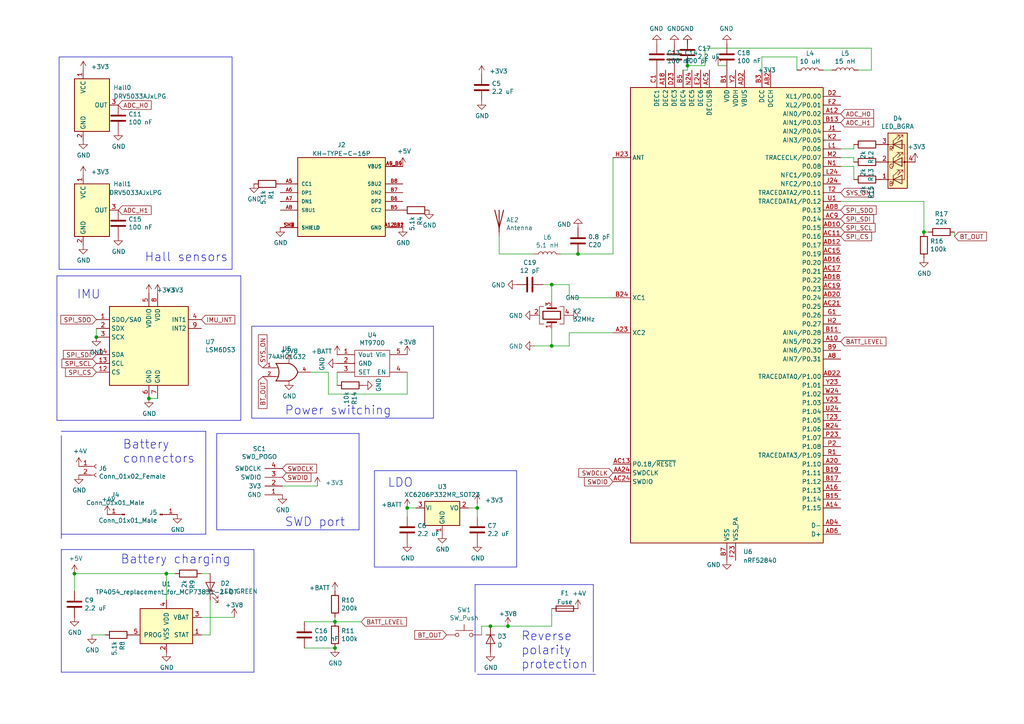
<source format=kicad_sch>
(kicad_sch (version 20230121) (generator eeschema)
  (paper "A4")
  (title_block (title "uMyo") (rev "v2") (company "Ultimate Robotics"))
  (junction (at 142.24 181.61))
  (junction (at 410.21 99.06))
  (junction (at 97.155 187.96))
  (junction (at 21.59 166.37))
  (junction (at 160.02 82.55))
  (junction (at 97.155 180.34))
  (junction (at 480.06 118.11))
  (junction (at 48.26 166.37))
  (junction (at 27.94 97.79))
  (junction (at 267.97 67.31))
  (junction (at 138.43 147.32))
  (junction (at 118.11 147.32))
  (junction (at 410.21 116.84))
  (junction (at 147.32 181.61))
  (junction (at 444.5 62.23))
  (junction (at 417.83 90.17))
  (junction (at 199.39 19.05))
  (junction (at 43.18 115.57))
  (junction (at 160.02 100.33))
  (junction (at 167.64 73.66))
  (junction (at 439.42 60.96))
  (wire (pts (xy 410.21 99.06) (xy 410.21 104.14)))
  (wire (pts (xy 160.02 82.55) (xy 160.02 87.63)))
  (polyline (pts (xy 59.69 125.095) (xy 59.69 154.94)))
  (wire (pts (xy 199.39 19.05) (xy 204.47 19.05)))
  (polyline (pts (xy 137.795 169.545) (xy 137.795 194.945)))
  (wire (pts (xy 415.29 113.03) (xy 415.29 116.84)))
  (wire (pts (xy 95.25 114.3) (xy 118.11 114.3)))
  (wire (pts (xy 425.45 52.07) (xy 422.91 52.07)))
  (wire (pts (xy 154.94 100.33) (xy 160.02 100.33)))
  (wire (pts (xy 480.06 85.09) (xy 480.06 83.82)))
  (wire (pts (xy 160.02 176.53) (xy 160.02 181.61)))
  (wire (pts (xy 135.89 147.32) (xy 138.43 147.32)))
  (wire (pts (xy 160.02 100.33) (xy 165.1 100.33)))
  (wire (pts (xy 410.21 111.76) (xy 410.21 116.84)))
  (wire (pts (xy 60.96 173.99) (xy 60.96 184.15)))
  (wire (pts (xy 199.39 12.7) (xy 199.39 11.43)))
  (polyline (pts (xy 17.78 159.385) (xy 17.78 194.945)))
  (wire (pts (xy 204.47 19.05) (xy 204.47 13.97)))
  (wire (pts (xy 120.65 147.32) (xy 118.11 147.32)))
  (wire (pts (xy 220.98 16.51) (xy 220.98 20.32)))
  (wire (pts (xy 415.29 99.06) (xy 415.29 102.87)))
  (wire (pts (xy 165.1 96.52) (xy 177.8 96.52)))
  (wire (pts (xy 97.79 107.95) (xy 97.79 111.76)))
  (wire (pts (xy 60.96 184.15) (xy 58.42 184.15)))
  (polyline (pts (xy 172.085 169.545) (xy 172.085 194.945)))
  (wire (pts (xy 21.59 166.37) (xy 48.26 166.37)))
  (wire (pts (xy 421.64 113.03) (xy 415.29 113.03)))
  (wire (pts (xy 415.29 102.87) (xy 421.64 102.87)))
  (wire (pts (xy 397.51 58.42) (xy 397.51 63.5)))
  (wire (pts (xy 467.36 100.33) (xy 480.06 100.33)))
  (wire (pts (xy 462.28 57.15) (xy 467.36 57.15)))
  (wire (pts (xy 92.075 140.97) (xy 81.915 140.97)))
  (polyline (pts (xy 16.51 80.01) (xy 16.51 121.92)))
  (wire (pts (xy 147.32 181.61) (xy 160.02 181.61)))
  (polyline (pts (xy 62.865 125.73) (xy 104.14 125.73)))
  (wire (pts (xy 165.1 96.52) (xy 165.1 100.33)))
  (wire (pts (xy 58.42 179.07) (xy 67.945 179.07)))
  (wire (pts (xy 97.155 180.34) (xy 104.775 180.34)))
  (wire (pts (xy 247.65 45.72) (xy 247.65 46.99)))
  (wire (pts (xy 436.88 58.42) (xy 436.88 64.77)))
  (wire (pts (xy 118.11 114.3) (xy 118.11 107.95)))
  (wire (pts (xy 142.24 181.61) (xy 147.32 181.61)))
  (wire (pts (xy 177.8 73.66) (xy 177.8 45.72)))
  (polyline (pts (xy 125.73 94.615) (xy 125.73 121.285)))
  (wire (pts (xy 252.73 20.32) (xy 248.92 20.32)))
  (wire (pts (xy 444.5 62.23) (xy 444.5 64.77)))
  (wire (pts (xy 447.04 62.23) (xy 444.5 62.23)))
  (wire (pts (xy 431.8 63.5) (xy 431.8 64.77)))
  (wire (pts (xy 407.67 99.06) (xy 410.21 99.06)))
  (wire (pts (xy 467.36 90.17) (xy 480.06 90.17)))
  (wire (pts (xy 231.14 20.32) (xy 231.14 16.51)))
  (wire (pts (xy 480.06 118.11) (xy 481.33 118.11)))
  (wire (pts (xy 231.14 16.51) (xy 220.98 16.51)))
  (wire (pts (xy 480.06 90.17) (xy 480.06 93.98)))
  (wire (pts (xy 480.06 87.63) (xy 480.06 88.9)))
  (wire (pts (xy 204.47 13.97) (xy 252.73 13.97)))
  (wire (pts (xy 90.17 107.95) (xy 95.25 107.95)))
  (wire (pts (xy 21.59 171.45) (xy 21.59 166.37)))
  (wire (pts (xy 416.56 48.26) (xy 416.56 50.8)))
  (wire (pts (xy 88.265 187.96) (xy 97.155 187.96)))
  (wire (pts (xy 138.43 147.32) (xy 138.43 149.86)))
  (polyline (pts (xy 59.69 154.94) (xy 17.78 154.94)))
  (wire (pts (xy 199.39 19.05) (xy 199.39 20.32)))
  (wire (pts (xy 467.36 87.63) (xy 480.06 87.63)))
  (wire (pts (xy 412.75 90.17) (xy 417.83 90.17)))
  (wire (pts (xy 480.06 100.33) (xy 480.06 118.11)))
  (wire (pts (xy 167.64 73.66) (xy 177.8 73.66)))
  (wire (pts (xy 45.72 115.57) (xy 43.18 115.57)))
  (wire (pts (xy 208.28 19.05) (xy 210.82 19.05)))
  (wire (pts (xy 407.67 116.84) (xy 410.21 116.84)))
  (wire (pts (xy 48.26 166.37) (xy 50.8 166.37)))
  (wire (pts (xy 139.7 181.61) (xy 139.7 184.15)))
  (polyline (pts (xy 17.78 194.945) (xy 73.66 194.945)))
  (wire (pts (xy 416.56 50.8) (xy 397.51 50.8)))
  (polyline (pts (xy 17.78 159.385) (xy 73.66 159.385)))
  (wire (pts (xy 276.86 68.58) (xy 276.86 67.31)))
  (polyline (pts (xy 137.795 169.545) (xy 172.085 169.545)))
  (wire (pts (xy 417.83 90.17) (xy 421.64 90.17)))
  (wire (pts (xy 422.91 52.07) (xy 422.91 50.8)))
  (wire (pts (xy 267.97 67.31) (xy 269.24 67.31)))
  (polyline (pts (xy 104.14 125.73) (xy 104.14 153.67)))
  (wire (pts (xy 199.39 20.32) (xy 198.12 20.32)))
  (wire (pts (xy 88.265 180.34) (xy 97.155 180.34)))
  (wire (pts (xy 58.42 166.37) (xy 60.96 166.37)))
  (polyline (pts (xy 62.865 125.73) (xy 62.865 153.67)))
  (wire (pts (xy 157.48 82.55) (xy 160.02 82.55)))
  (wire (pts (xy 97.155 179.07) (xy 97.155 180.34)))
  (wire (pts (xy 95.25 107.95) (xy 95.25 114.3)))
  (wire (pts (xy 449.58 57.15) (xy 454.66 57.15)))
  (wire (pts (xy 238.76 20.32) (xy 241.3 20.32)))
  (polyline (pts (xy 73.025 94.615) (xy 125.73 94.615)))
  (wire (pts (xy 144.78 73.66) (xy 144.78 68.58)))
  (wire (pts (xy 243.84 58.42) (xy 267.97 58.42)))
  (wire (pts (xy 30.48 184.15) (xy 26.67 184.15)))
  (polyline (pts (xy 104.14 153.67) (xy 62.865 153.67)))
  (wire (pts (xy 160.02 95.25) (xy 160.02 100.33)))
  (wire (pts (xy 48.26 166.37) (xy 48.26 173.99)))
  (wire (pts (xy 247.65 43.18) (xy 247.65 41.91)))
  (wire (pts (xy 474.98 46.99) (xy 474.98 57.15)))
  (polyline (pts (xy 17.78 125.095) (xy 59.69 125.095)))
  (wire (pts (xy 160.02 82.55) (xy 165.1 82.55)))
  (polyline (pts (xy 69.85 80.01) (xy 69.85 121.92)))
  (wire (pts (xy 410.21 99.06) (xy 415.29 99.06)))
  (wire (pts (xy 243.84 48.26) (xy 247.65 48.26)))
  (wire (pts (xy 439.42 60.96) (xy 439.42 46.99)))
  (wire (pts (xy 439.42 46.99) (xy 474.98 46.99)))
  (wire (pts (xy 439.42 64.77) (xy 439.42 60.96)))
  (wire (pts (xy 425.45 60.96) (xy 425.45 59.69)))
  (polyline (pts (xy 172.72 195.58) (xy 138.43 195.58)))
  (polyline (pts (xy 125.73 121.285) (xy 73.025 121.285)))
  (wire (pts (xy 243.84 43.18) (xy 247.65 43.18)))
  (wire (pts (xy 252.73 13.97) (xy 252.73 20.32)))
  (wire (pts (xy 394.97 90.17) (xy 394.97 85.09)))
  (wire (pts (xy 139.7 181.61) (xy 142.24 181.61)))
  (wire (pts (xy 267.97 58.42) (xy 267.97 67.31)))
  (wire (pts (xy 416.56 48.26) (xy 397.51 48.26)))
  (wire (pts (xy 397.51 63.5) (xy 431.8 63.5)))
  (wire (pts (xy 118.11 147.32) (xy 118.11 149.86)))
  (polyline (pts (xy 17.78 126.365) (xy 17.78 156.21)))
  (wire (pts (xy 467.36 85.09) (xy 480.06 85.09)))
  (wire (pts (xy 144.78 73.66) (xy 154.94 73.66)))
  (wire (pts (xy 410.21 116.84) (xy 415.29 116.84)))
  (wire (pts (xy 444.5 58.42) (xy 444.5 62.23)))
  (polyline (pts (xy 73.66 194.945) (xy 73.66 159.385)))
  (wire (pts (xy 422.91 50.8) (xy 429.26 50.8)))
  (wire (pts (xy 243.84 45.72) (xy 247.65 45.72)))
  (wire (pts (xy 162.56 73.66) (xy 167.64 73.66)))
  (wire (pts (xy 449.58 64.77) (xy 449.58 57.15)))
  (wire (pts (xy 425.45 60.96) (xy 439.42 60.96)))
  (polyline (pts (xy 16.51 80.01) (xy 69.85 80.01)))
  (wire (pts (xy 247.65 48.26) (xy 247.65 52.07)))
  (wire (pts (xy 394.97 90.17) (xy 405.13 90.17)))
  (wire (pts (xy 165.1 82.55) (xy 165.1 86.36)))
  (polyline (pts (xy 69.85 121.92) (xy 16.51 121.92)))
  (wire (pts (xy 138.43 147.32) (xy 138.43 146.05)))
  (wire (pts (xy 27.94 95.25) (xy 27.94 97.79)))
  (polyline (pts (xy 73.025 94.615) (xy 73.025 121.285)))
  (wire (pts (xy 165.1 86.36) (xy 177.8 86.36)))
  (rectangle (start 17.145 16.51) (end 67.31 78.105))
  (rectangle (start 108.585 136.525) (end 149.86 164.465))
  (text "SWD port" (at 82.55 153.035 0) (effects (font (size 2.54 2.54)) (justify left bottom)))
  (text "Power switching" (at 82.55 120.65 0) (effects (font (size 2.54 2.54)) (justify left bottom)))
  (text "Battery\nconnectors" (at 35.56 134.62 0) (effects (font (size 2.54 2.54)) (justify left bottom)))
  (text "Battery charging" (at 34.925 163.83 0) (effects (font (size 2.54 2.54)) (justify left bottom)))
  (text "IMU" (at 22.225 86.995 0) (effects (font (size 2.54 2.54)) (justify left bottom)))
  (text "Reverse\npolarity\nprotection" (at 151.13 194.31 0) (effects (font (size 2.54 2.54)) (justify left bottom)))
  (text "LDO" (at 112.395 141.605 0) (effects (font (size 2.54 2.54)) (justify left bottom)))
  (text "Hall sensors" (at 41.91 76.2 0) (effects (font (size 2.54 2.54)) (justify left bottom)))
  (text "Actually produced with nRF52832!" (at 457.2 152.4 0) (effects (font (size 1.27 1.27)) (justify left bottom)))
  (global_label "BT_OUT" (shape input) (at 276.86 68.58 0) (property "Intersheetrefs" "${INTERSHEET_REFS}" (effects hide)))
  (global_label "SPI_CS" (shape input) (at 467.36 110.49 0) (property "Intersheetrefs" "${INTERSHEET_REFS}" (effects hide)))
  (global_label "SPI_SCL" (shape input) (at 467.36 107.95 0) (property "Intersheetrefs" "${INTERSHEET_REFS}" (effects hide)))
  (global_label "BATT_LEVEL" (shape input) (at 467.36 140.97 0) (property "Intersheetrefs" "${INTERSHEET_REFS}" (effects hide)))
  (global_label "SWDCLK" (shape input) (at 421.64 125.73 180) (property "Intersheetrefs" "${INTERSHEET_REFS}" (effects hide)))
  (global_label "BT_OUT" (shape input) (at 76.2 109.22 270) (property "Intersheetrefs" "${INTERSHEET_REFS}" (effects hide)))
  (global_label "ADC_H1" (shape input) (at 467.36 77.47 0) (property "Intersheetrefs" "${INTERSHEET_REFS}" (effects hide)))
  (global_label "ADC_H0" (shape input) (at 467.36 74.93 0) (property "Intersheetrefs" "${INTERSHEET_REFS}" (effects hide)))
  (global_label "SWDCLK" (shape input) (at 81.915 135.89 0) (property "Intersheetrefs" "${INTERSHEET_REFS}" (effects hide)))
  (global_label "BT_OUT" (shape input) (at 488.95 118.11 0) (property "Intersheetrefs" "${INTERSHEET_REFS}" (effects hide)))
  (global_label "SPI_SCL" (shape input) (at 243.84 66.04 0) (property "Intersheetrefs" "${INTERSHEET_REFS}" (effects hide)))
  (global_label "ADC_H1" (shape input) (at 243.84 35.56 0) (property "Intersheetrefs" "${INTERSHEET_REFS}" (effects hide)))
  (global_label "SPI_CS" (shape input) (at 27.94 107.95 180) (property "Intersheetrefs" "${INTERSHEET_REFS}" (effects hide)))
  (global_label "BT_OUT" (shape input) (at 129.54 184.15 180) (property "Intersheetrefs" "${INTERSHEET_REFS}" (effects hide)))
  (global_label "SPI_SDI" (shape input) (at 27.94 102.87 180) (property "Intersheetrefs" "${INTERSHEET_REFS}" (effects hide)))
  (global_label "SPI_SDO" (shape input) (at 27.94 92.71 180) (property "Intersheetrefs" "${INTERSHEET_REFS}" (effects hide)))
  (global_label "SPI_CS" (shape input) (at 243.84 68.58 0) (property "Intersheetrefs" "${INTERSHEET_REFS}" (effects hide)))
  (global_label "ADC_H1" (shape input) (at 34.29 60.96 0) (property "Intersheetrefs" "${INTERSHEET_REFS}" (effects hide)))
  (global_label "SYS_ON" (shape input) (at 76.2 106.68 90) (property "Intersheetrefs" "${INTERSHEET_REFS}" (effects hide)))
  (global_label "SPI_SDO" (shape input) (at 243.84 60.96 0) (property "Intersheetrefs" "${INTERSHEET_REFS}" (effects hide)))
  (global_label "IMU_INT" (shape input) (at 58.42 92.71 0) (property "Intersheetrefs" "${INTERSHEET_REFS}" (effects hide)))
  (global_label "SPI_SCL" (shape input) (at 27.94 105.41 180) (property "Intersheetrefs" "${INTERSHEET_REFS}" (effects hide)))
  (global_label "BATT_LEVEL" (shape input) (at 104.775 180.34 0) (property "Intersheetrefs" "${INTERSHEET_REFS}" (effects hide)))
  (global_label "SWDIO" (shape input) (at 421.64 128.27 180) (property "Intersheetrefs" "${INTERSHEET_REFS}" (effects hide)))
  (global_label "ADC_H0" (shape input) (at 243.84 33.02 0) (property "Intersheetrefs" "${INTERSHEET_REFS}" (effects hide)))
  (global_label "SYS_ON" (shape input) (at 243.84 55.88 0) (property "Intersheetrefs" "${INTERSHEET_REFS}" (effects hide)))
  (global_label "SPI_SDI" (shape input) (at 243.84 63.5 0) (property "Intersheetrefs" "${INTERSHEET_REFS}" (effects hide)))
  (global_label "BATT_LEVEL" (shape input) (at 243.84 99.06 0) (property "Intersheetrefs" "${INTERSHEET_REFS}" (effects hide)))
  (global_label "SPI_SDI" (shape input) (at 467.36 105.41 0) (property "Intersheetrefs" "${INTERSHEET_REFS}" (effects hide)))
  (global_label "SWDIO" (shape input) (at 81.915 138.43 0) (property "Intersheetrefs" "${INTERSHEET_REFS}" (effects hide)))
  (global_label "SPI_SDO" (shape input) (at 467.36 102.87 0) (property "Intersheetrefs" "${INTERSHEET_REFS}" (effects hide)))
  (global_label "ADC_H0" (shape input) (at 34.29 30.48 0) (property "Intersheetrefs" "${INTERSHEET_REFS}" (effects hide)))
  (global_label "SYS_ON" (shape input) (at 467.36 97.79 0) (property "Intersheetrefs" "${INTERSHEET_REFS}" (effects hide)))
  (global_label "SWDCLK" (shape input) (at 177.8 137.16 180) (property "Intersheetrefs" "${INTERSHEET_REFS}" (effects hide)))
  (global_label "SWDIO" (shape input) (at 177.8 139.7 180) (property "Intersheetrefs" "${INTERSHEET_REFS}" (effects hide)))
  (symbol (lib_id "ultimate_library:nRF52832-QFxx") (at 444.5 107.95 0) (unit 1)
    (property "Reference" "U2" (at 435.61 152.4 0))
    (property "Value" "nRF52810-QFxx" (at 444.5 157.734 0))
    (property "Footprint" "ultimate_library:QFN-48-1EP_6x6mm_Pitch0.4mm" (effects hide))
    (property "JLCPN" "C141828" (effects hide))
  )
  (symbol (lib_id "ultimate_library:MCP1703A-3302_SOT23-Regulator_Linear") (at 128.27 147.32 0) (unit 1)
    (property "Reference" "U3" (at 128.27 141.1732 0))
    (property "Value" "XC6206P332MR_SOT23" (at 128.27 143.4846 0))
    (property "Footprint" "Package_TO_SOT_SMD:SOT-23" (effects hide))
    (property "Datasheet" "http://ww1.microchip.com/downloads/en/DeviceDoc/20005122B.pdf" (effects hide))
    (property "JLCPN" "C5446" (effects hide))
  )
  (symbol (lib_id "Device:C") (at 425.45 55.88 180) (unit 1)
    (property "Reference" "C2" (at 428.371 54.7116 0) (effects (justify right)))
    (property "Value" "2.2 uF" (at 428.371 57.023 0) (effects (justify right)))
    (property "Footprint" "Capacitor_SMD:C_0402_1005Metric" (effects hide))
    (property "JLCPN" "C12530" (effects hide))
  )
  (symbol (lib_id "Device:C") (at 436.88 54.61 180) (unit 1)
    (property "Reference" "C3" (at 439.801 53.4416 0) (effects (justify right)))
    (property "Value" "100 pF" (at 439.801 55.753 0) (effects (justify right)))
    (property "Footprint" "Capacitor_SMD:C_0402_1005Metric" (effects hide))
    (property "JLCPN" "C1546" (effects hide))
  )
  (symbol (lib_id "Device:C") (at 397.51 54.61 180) (unit 1)
    (property "Reference" "C1" (at 400.431 53.4416 0) (effects (justify right)))
    (property "Value" "100 nF" (at 400.431 55.753 0) (effects (justify right)))
    (property "Footprint" "Capacitor_SMD:C_0402_1005Metric" (effects hide))
    (property "JLCPN" "C1525" (effects hide))
  )
  (symbol (lib_id "power:+3.3V") (at 138.43 146.05 0) (unit 1)
    (property "Reference" "#PWR022" (effects hide))
    (property "Value" "+3.3V" (at 140.6652 145.1102 0) (effects (justify left)))
  )
  (symbol (lib_id "Device:C") (at 403.86 99.06 90) (unit 1)
    (property "Reference" "C10" (at 403.86 92.6592 90))
    (property "Value" "12 pF" (at 403.86 94.9706 90))
    (property "Footprint" "Capacitor_SMD:C_0402_1005Metric" (effects hide))
    (property "JLCPN" "C1547" (effects hide))
  )
  (symbol (lib_id "power:GND") (at 444.5 151.13 0) (unit 1)
    (property "Reference" "#PWR032" (effects hide))
    (property "Value" "GND" (at 433.07 154.94 0))
  )
  (symbol (lib_id "power:GND") (at 400.05 116.84 270) (unit 1)
    (property "Reference" "#PWR020" (effects hide))
    (property "Value" "GND" (at 396.7988 116.967 90) (effects (justify right)))
  )
  (symbol (lib_id "power:GND") (at 400.05 99.06 270) (unit 1)
    (property "Reference" "#PWR017" (effects hide))
    (property "Value" "GND" (at 396.7988 99.187 90) (effects (justify right)))
  )
  (symbol (lib_id "power:GND") (at 397.51 48.26 180) (unit 1)
    (property "Reference" "#PWR01" (effects hide))
    (property "Value" "GND" (at 397.383 43.8658 0))
  )
  (symbol (lib_id "power:GND") (at 429.26 50.8 180) (unit 1)
    (property "Reference" "#PWR02" (effects hide))
    (property "Value" "GND" (at 429.133 46.4058 0))
  )
  (symbol (lib_id "power:GND") (at 436.88 50.8 180) (unit 1)
    (property "Reference" "#PWR03" (effects hide))
    (property "Value" "GND" (at 436.753 46.4058 0))
  )
  (symbol (lib_id "power:GND") (at 444.5 50.8 180) (unit 1)
    (property "Reference" "#PWR04" (effects hide))
    (property "Value" "GND" (at 444.373 46.4058 0))
  )
  (symbol (lib_id "power:GND") (at 405.13 107.95 270) (unit 1)
    (property "Reference" "#PWR018" (effects hide))
    (property "Value" "GND" (at 401.8788 108.077 90) (effects (justify right)))
  )
  (symbol (lib_id "power:GND") (at 415.29 107.95 90) (unit 1)
    (property "Reference" "#PWR019" (effects hide))
    (property "Value" "GND" (at 416.2298 102.87 90))
  )
  (symbol (lib_id "Device:Crystal_GND24") (at 410.21 107.95 90) (unit 1)
    (property "Reference" "Y1" (at 416.3314 106.7816 90) (effects (justify right)))
    (property "Value" "32MHz" (at 416.3314 109.093 90) (effects (justify right)))
    (property "Footprint" "Crystal:Crystal_SMD_2016-4Pin_2.0x1.6mm" (effects hide))
    (property "JLCPN" "C843260" (effects hide))
  )
  (symbol (lib_id "Device:C") (at 417.83 86.36 0) (mirror x) (unit 1)
    (property "Reference" "C8" (at 420.751 87.5284 0) (effects (justify left)))
    (property "Value" "0.8 pF" (at 420.751 85.217 0) (effects (justify left)))
    (property "Footprint" "Capacitor_SMD:C_0402_1005Metric" (effects hide))
    (property "JLCPN" "C88902" (effects hide))
  )
  (symbol (lib_id "Device:L") (at 408.94 90.17 90) (unit 1)
    (property "Reference" "L3" (at 408.94 85.344 90))
    (property "Value" "5.1 nH" (at 408.94 87.6554 90))
    (property "Footprint" "Inductor_SMD:L_0402_1005Metric" (effects hide))
    (property "JLCPN" "C86066" (effects hide))
  )
  (symbol (lib_id "power:GND") (at 417.83 82.55 0) (mirror x) (unit 1)
    (property "Reference" "#PWR011" (effects hide))
    (property "Value" "GND" (at 415.8488 81.6102 0) (effects (justify right)))
  )
  (symbol (lib_id "power:GND") (at 118.11 157.48 0) (unit 1)
    (property "Reference" "#PWR030" (effects hide))
    (property "Value" "GND" (at 118.237 161.8742 0))
  )
  (symbol (lib_id "power:GND") (at 138.43 157.48 0) (unit 1)
    (property "Reference" "#PWR031" (effects hide))
    (property "Value" "GND" (at 138.557 161.8742 0))
  )
  (symbol (lib_id "power:+BATT") (at 118.11 147.32 0) (unit 1)
    (property "Reference" "#PWR023" (effects hide))
    (property "Value" "+BATT" (at 116.6622 146.3802 0) (effects (justify right)))
  )
  (symbol (lib_id "power:GND") (at 128.27 154.94 0) (unit 1)
    (property "Reference" "#PWR027" (effects hide))
    (property "Value" "GND" (at 128.397 159.3342 0))
  )
  (symbol (lib_id "Device:R") (at 483.87 83.82 270) (unit 1)
    (property "Reference" "R2" (at 485.0384 85.598 0) (effects (justify left)))
    (property "Value" "2k" (at 482.727 85.598 0) (effects (justify left)))
    (property "Footprint" "Resistor_SMD:R_0402_1005Metric" (effects hide))
    (property "JLCPN" "C4109" (effects hide))
  )
  (symbol (lib_id "Device:R") (at 97.155 175.26 0) (unit 1)
    (property "Reference" "R10" (at 98.933 174.0916 0) (effects (justify left)))
    (property "Value" "200k" (at 98.933 176.403 0) (effects (justify left)))
    (property "Footprint" "Resistor_SMD:R_0402_1005Metric" (effects hide))
    (property "JLCPN" "C25764" (effects hide))
  )
  (symbol (lib_id "power:+BATT") (at 97.155 171.45 0) (unit 1)
    (property "Reference" "#PWR041" (effects hide))
    (property "Value" "+BATT" (at 95.7072 170.5102 0) (effects (justify right)))
  )
  (symbol (lib_id "power:GND") (at 97.155 187.96 0) (unit 1)
    (property "Reference" "#PWR043" (effects hide))
    (property "Value" "GND" (at 97.282 192.3542 0))
  )
  (symbol (lib_id "power:GND") (at 81.915 143.51 0) (unit 1)
    (property "Reference" "#PWR035" (effects hide))
    (property "Value" "GND" (at 82.042 147.9042 0))
  )
  (symbol (lib_id "power:+3.3V") (at 92.075 140.97 0) (unit 1)
    (property "Reference" "#PWR034" (effects hide))
    (property "Value" "+3.3V" (at 94.3102 140.0302 0) (effects (justify left)))
  )
  (symbol (lib_id "power:+3.3V") (at 497.84 88.9 0) (unit 1)
    (property "Reference" "#PWR014" (effects hide))
    (property "Value" "+3.3V" (at 498.221 84.5058 0))
  )
  (symbol (lib_id "Connector:Conn_01x01_Male") (at 36.195 149.225 180) (unit 1)
    (property "Reference" "J4" (at 33.4772 143.51 0))
    (property "Value" "Conn_01x01_Male" (at 33.4772 145.8214 0))
    (property "Footprint" "ultimate_library:conn_16_20" (effects hide))
  )
  (symbol (lib_id "Switch:SW_Push") (at 134.62 184.15 0) (unit 1)
    (property "Reference" "SW1" (at 134.62 176.911 0))
    (property "Value" "SW_Push" (at 134.62 179.2224 0))
    (property "Footprint" "Button_Switch_SMD:SW_SPST_CK_RS282G05A3" (effects hide))
    (property "JLCPN" "C2845294" (effects hide))
  )
  (symbol (lib_id "power:+3.3V") (at 447.04 62.23 0) (unit 1)
    (property "Reference" "#PWR06" (effects hide))
    (property "Value" "+3.3V" (at 458.47 63.5 0) (effects (justify left)))
  )
  (symbol (lib_id "power:+BATT") (at 97.79 102.87 0) (unit 1)
    (property "Reference" "#PWR024" (effects hide))
    (property "Value" "+BATT" (at 96.3422 101.9302 0) (effects (justify right)))
  )
  (symbol (lib_id "Connector:Conn_01x01_Male") (at 46.355 149.225 0) (unit 1)
    (property "Reference" "J5" (at 45.6438 148.6408 0) (effects (justify right)))
    (property "Value" "Conn_01x01_Male" (at 45.6438 150.9522 0) (effects (justify right)))
    (property "Footprint" "ultimate_library:conn_16_20" (effects hide))
  )
  (symbol (lib_id "power:GND") (at 51.435 149.225 0) (unit 1)
    (property "Reference" "#PWR042" (effects hide))
    (property "Value" "GND" (at 51.562 153.6192 0))
  )
  (symbol (lib_id "power:GND") (at 97.79 105.41 270) (unit 1)
    (property "Reference" "#PWR029" (effects hide))
    (property "Value" "GND" (at 93.3958 105.537 0))
  )
  (symbol (lib_id "ultimate_library:SWD_POGO") (at 76.835 139.7 0) (unit 1)
    (property "Reference" "SC1" (at 75.2348 130.175 0))
    (property "Value" "SWD_POGO" (at 75.2348 132.4864 0))
    (property "Footprint" "ultimate_library:SWD_POGO" (effects hide))
  )
  (symbol (lib_id "Device:L") (at 471.17 57.15 90) (unit 1)
    (property "Reference" "L2" (at 471.17 52.324 90))
    (property "Value" "15 nH" (at 471.17 54.6354 90))
    (property "Footprint" "Inductor_SMD:L_0402_1005Metric" (effects hide))
    (property "JLCPN" "C27143" (effects hide))
  )
  (symbol (lib_id "Device:L") (at 458.47 57.15 90) (unit 1)
    (property "Reference" "L1" (at 458.47 52.324 90))
    (property "Value" "10 uH" (at 458.47 54.6354 90))
    (property "Footprint" "Inductor_SMD:L_0603_1608Metric" (effects hide))
    (property "JLCPN" "C1035" (effects hide))
  )
  (symbol (lib_id "74xGxx:74AHC1G32") (at 83.82 107.95 0) (unit 1)
    (property "Reference" "U5" (at 83.185 101.1682 0))
    (property "Value" "74AHC1G32" (at 83.185 103.4796 0))
    (property "Footprint" "Package_TO_SOT_SMD:SOT-23-5" (effects hide))
    (property "Datasheet" "http://www.ti.com/lit/sg/scyt129e/scyt129e.pdf" (effects hide))
    (property "JLCPN" "C507209" (effects hide))
  )
  (symbol (lib_id "power:+4V") (at 31.115 149.225 0) (unit 1)
    (property "Reference" "#PWR044" (effects hide))
    (property "Value" "+4V" (at 31.496 144.8308 0))
  )
  (symbol (lib_id "power:GND") (at 83.82 110.49 0) (unit 1)
    (property "Reference" "#PWR033" (effects hide))
    (property "Value" "GND" (at 83.947 114.8842 0))
  )
  (symbol (lib_id "Device:R") (at 485.14 118.11 270) (unit 1)
    (property "Reference" "R6" (at 485.14 112.8522 90))
    (property "Value" "22k" (at 485.14 115.1636 90))
    (property "Footprint" "Resistor_SMD:R_0402_1005Metric" (effects hide))
    (property "JLCPN" "C25768" (effects hide))
  )
  (symbol (lib_id "power:GND") (at 480.06 125.73 0) (unit 1)
    (property "Reference" "#PWR025" (effects hide))
    (property "Value" "GND" (at 480.187 130.1242 0))
  )
  (symbol (lib_id "Device:R") (at 480.06 121.92 0) (unit 1)
    (property "Reference" "R7" (at 481.838 120.7516 0) (effects (justify left)))
    (property "Value" "100k" (at 481.838 123.063 0) (effects (justify left)))
    (property "Footprint" "Resistor_SMD:R_0402_1005Metric" (effects hide))
    (property "JLCPN" "C25741" (effects hide))
  )
  (symbol (lib_id "power:+3.3V") (at 139.7 21.59 0) (unit 1)
    (property "Reference" "#PWR05" (effects hide))
    (property "Value" "+3.3V" (at 141.9352 20.6502 0) (effects (justify left)))
  )
  (symbol (lib_id "power:GND") (at 139.7 29.21 0) (unit 1)
    (property "Reference" "#PWR08" (effects hide))
    (property "Value" "GND" (at 139.827 33.6042 0))
  )
  (symbol (lib_id "Device:LED_BGRA") (at 492.76 88.9 0) (unit 1)
    (property "Reference" "D1" (at 492.76 76.2762 0))
    (property "Value" "LED_BGRA" (at 492.76 78.5876 0))
    (property "Footprint" "ultimate_library:LED_RGB_0603_a4" (effects hide))
    (property "JLCPN" "C282128" (effects hide))
  )
  (symbol (lib_id "Device:C") (at 403.86 116.84 90) (unit 1)
    (property "Reference" "C12" (at 403.86 110.4392 90))
    (property "Value" "12 pF" (at 403.86 112.7506 90))
    (property "Footprint" "Capacitor_SMD:C_0402_1005Metric" (effects hide))
    (property "JLCPN" "C1547" (effects hide))
  )
  (symbol (lib_id "Device:C") (at 444.5 54.61 180) (unit 1)
    (property "Reference" "C4" (at 447.421 53.4416 0) (effects (justify right)))
    (property "Value" "100 nF" (at 447.421 55.753 0) (effects (justify right)))
    (property "Footprint" "Capacitor_SMD:C_0402_1005Metric" (effects hide))
    (property "JLCPN" "C1525" (effects hide))
  )
  (symbol (lib_id "Device:C") (at 138.43 153.67 180) (unit 1)
    (property "Reference" "C7" (at 141.351 152.5016 0) (effects (justify right)))
    (property "Value" "2.2 uF" (at 141.351 154.813 0) (effects (justify right)))
    (property "Footprint" "Capacitor_SMD:C_0402_1005Metric" (effects hide))
    (property "JLCPN" "C12530" (effects hide))
  )
  (symbol (lib_id "Device:C") (at 118.11 153.67 180) (unit 1)
    (property "Reference" "C6" (at 121.031 152.5016 0) (effects (justify right)))
    (property "Value" "2.2 uF" (at 121.031 154.813 0) (effects (justify right)))
    (property "Footprint" "Capacitor_SMD:C_0402_1005Metric" (effects hide))
    (property "JLCPN" "C12530" (effects hide))
  )
  (symbol (lib_id "Device:R") (at 97.155 184.15 0) (unit 1)
    (property "Reference" "R11" (at 98.933 182.9816 0) (effects (justify left)))
    (property "Value" "100k" (at 98.933 185.293 0) (effects (justify left)))
    (property "Footprint" "Resistor_SMD:R_0402_1005Metric" (effects hide))
    (property "JLCPN" "C25741" (effects hide))
  )
  (symbol (lib_id "Device:R") (at 483.87 88.9 270) (unit 1)
    (property "Reference" "R3" (at 485.0384 90.678 0) (effects (justify left)))
    (property "Value" "2k" (at 482.727 90.678 0) (effects (justify left)))
    (property "Footprint" "Resistor_SMD:R_0402_1005Metric" (effects hide))
    (property "JLCPN" "C4109" (effects hide))
  )
  (symbol (lib_id "Device:R") (at 483.87 93.98 270) (unit 1)
    (property "Reference" "R5" (at 485.0384 95.758 0) (effects (justify left)))
    (property "Value" "2k" (at 482.727 95.758 0) (effects (justify left)))
    (property "Footprint" "Resistor_SMD:R_0402_1005Metric" (effects hide))
    (property "JLCPN" "C4109" (effects hide))
  )
  (symbol (lib_id "Device:C") (at 88.265 184.15 180) (unit 1)
    (property "Reference" "C16" (at 91.186 182.9816 0) (effects (justify right)))
    (property "Value" "100 nF" (at 91.186 185.293 0) (effects (justify right)))
    (property "Footprint" "Capacitor_SMD:C_0402_1005Metric" (effects hide))
    (property "JLCPN" "C1525" (effects hide))
  )
  (symbol (lib_id "Device:C") (at 139.7 25.4 180) (unit 1)
    (property "Reference" "C5" (at 142.621 24.2316 0) (effects (justify right)))
    (property "Value" "2.2 uF" (at 142.621 26.543 0) (effects (justify right)))
    (property "Footprint" "Capacitor_SMD:C_0402_1005Metric" (effects hide))
    (property "JLCPN" "C12530" (effects hide))
  )
  (symbol (lib_id "Connector:Conn_01x02_Female") (at 27.94 135.255 0) (unit 1)
    (property "Reference" "J6" (at 28.6512 135.8646 0) (effects (justify left)))
    (property "Value" "Conn_01x02_Female" (at 28.6512 138.176 0) (effects (justify left)))
    (property "Footprint" "Connector_JST:JST_PH_S2B-PH-SM4-TB_1x02-1MP_P2.00mm_Horizontal" (effects hide))
    (property "JLCPN" "C520130" (effects hide))
  )
  (symbol (lib_id "power:GND") (at 22.86 137.795 0) (unit 1)
    (property "Reference" "#PWR0101" (effects hide))
    (property "Value" "GND" (at 22.987 142.1892 0))
  )
  (symbol (lib_id "power:+4V") (at 22.86 135.255 0) (unit 1)
    (property "Reference" "#PWR0102" (effects hide))
    (property "Value" "+4V" (at 23.241 130.8608 0))
  )
  (symbol (lib_id "power:+3.3V") (at 43.18 85.09 0) (unit 1)
    (property "Reference" "#PWR0105" (effects hide))
    (property "Value" "+3.3V" (at 45.4152 84.1502 0) (effects (justify left)))
  )
  (symbol (lib_id "power:+3.3V") (at 45.72 85.09 0) (unit 1)
    (property "Reference" "#PWR0106" (effects hide))
    (property "Value" "+3.3V" (at 47.9552 84.1502 0) (effects (justify left)))
  )
  (symbol (lib_id "power:GND") (at 43.18 115.57 0) (unit 1)
    (property "Reference" "#PWR0107" (effects hide))
    (property "Value" "GND" (at 43.307 119.9642 0))
  )
  (symbol (lib_id "power:GND") (at 27.94 97.79 0) (unit 1)
    (property "Reference" "#PWR0108" (effects hide))
    (property "Value" "GND" (at 28.067 102.1842 0))
  )
  (symbol (lib_id "Sensor_Motion:LSM6DS3") (at 43.18 100.33 0) (unit 1)
    (property "Reference" "U7" (at 59.5376 99.1616 0) (effects (justify left)))
    (property "Value" "LSM6DS3" (at 59.5376 101.473 0) (effects (justify left)))
    (property "Footprint" "Package_LGA:LGA-14_3x2.5mm_P0.5mm_LayoutBorder3x4y" (effects hide))
    (property "Datasheet" "www.st.com/resource/en/datasheet/lsm6ds3.pdf" (effects hide))
    (property "JLCPN" "C967633" (effects hide))
  )
  (symbol (lib_id "ultimate_library:MT9700") (at 107.95 105.41 0) (unit 1)
    (property "Reference" "U4" (at 107.95 97.155 0))
    (property "Value" "MT9700" (at 107.95 99.4664 0))
    (property "Footprint" "Package_TO_SOT_SMD:SOT-23-5" (effects hide))
    (property "JLCPN" "C89855" (effects hide))
  )
  (symbol (lib_id "Device:R") (at 101.6 111.76 270) (unit 1)
    (property "Reference" "R14" (at 102.7684 113.538 0) (effects (justify left)))
    (property "Value" "10k" (at 100.457 113.538 0) (effects (justify left)))
    (property "Footprint" "Resistor_SMD:R_0402_1005Metric" (effects hide))
    (property "JLCPN" "C25744" (effects hide))
  )
  (symbol (lib_id "power:GND") (at 105.41 111.76 90) (unit 1)
    (property "Reference" "#PWR012" (effects hide))
    (property "Value" "GND" (at 109.8042 111.633 0))
  )
  (symbol (lib_id "Device:R") (at 77.47 53.34 270) (unit 1)
    (property "Reference" "R1" (at 78.6384 55.118 0) (effects (justify left)))
    (property "Value" "5.1k" (at 76.327 55.118 0) (effects (justify left)))
    (property "Footprint" "Resistor_SMD:R_0402_1005Metric" (effects hide))
    (property "JLCPN" "C25905" (effects hide))
  )
  (symbol (lib_id "power:GND") (at 34.29 38.1 0) (unit 1)
    (property "Reference" "#PWR058" (effects hide))
    (property "Value" "GND" (at 34.417 42.4942 0))
  )
  (symbol (lib_id "power:GND") (at 24.13 71.12 0) (unit 1)
    (property "Reference" "#PWR039" (effects hide))
    (property "Value" "GND" (at 24.257 75.5142 0))
  )
  (symbol (lib_id "power:GND") (at 116.84 66.04 0) (unit 1)
    (property "Reference" "#PWR026" (effects hide))
    (property "Value" "GND" (at 116.967 70.4342 0))
  )
  (symbol (lib_id "Device:LED") (at 60.96 170.18 90) (unit 1)
    (property "Reference" "D2" (at 63.9318 169.2148 90) (effects (justify right)))
    (property "Value" "LED GREEN" (at 63.9318 171.5262 90) (effects (justify right)))
    (property "Footprint" "LED_SMD:LED_0603_1608Metric" (effects hide))
    (property "JLCPN" "C72043" (effects hide))
  )
  (symbol (lib_id "ultimate_library:KH-TYPE-C-16P") (at 99.06 55.88 0) (unit 1)
    (property "Reference" "J2" (at 99.06 42.0202 0))
    (property "Value" "KH-TYPE-C-16P" (at 99.06 44.5571 0))
    (property "Footprint" "ultimate_library:KINGHELM_KH-TYPE-C-16P" (effects hide))
    (property "MAXIMUM_PACKAGE_HEIGHT" "3.41mm" (effects hide))
    (property "STANDARD" "Manufacturer Recommendations" (effects hide))
    (property "PARTREV" "A0" (effects hide))
    (property "MANUFACTURER" "Kinghelm" (effects hide))
    (property "SNAPEDA_PN" "KH-TYPE-C-16P" (effects hide))
    (property "JLCPN" "C709357" (effects hide))
  )
  (symbol (lib_id "Device:C") (at 167.64 69.85 0) (mirror x) (unit 1)
    (property "Reference" "C20" (at 170.561 71.0184 0) (effects (justify left)))
    (property "Value" "0.8 pF" (at 170.561 68.707 0) (effects (justify left)))
    (property "Footprint" "Capacitor_SMD:C_0402_1005Metric" (effects hide))
    (property "JLCPN" "C88902" (effects hide))
  )
  (symbol (lib_id "Device:L") (at 234.95 20.32 90) (unit 1)
    (property "Reference" "L4" (at 234.95 15.494 90))
    (property "Value" "10 uH" (at 234.95 17.8054 90))
    (property "Footprint" "Inductor_SMD:L_0603_1608Metric" (effects hide))
    (property "JLCPN" "C1035" (effects hide))
  )
  (symbol (lib_id "Device:Antenna") (at 144.78 63.5 0) (unit 1)
    (property "Reference" "AE2" (at 146.812 63.7794 0) (effects (justify left)))
    (property "Value" "Antenna" (at 146.812 66.0908 0) (effects (justify left)))
    (property "Footprint" "ultimate_library:KH3216-A55" (effects hide))
    (property "JLCPN" "C484541" (effects hide))
  )
  (symbol (lib_id "power:+3V8") (at 118.11 102.87 0) (unit 1)
    (property "Reference" "#PWR0118" (effects hide))
    (property "Value" "+3V8" (at 118.11 99.2942 0))
  )
  (symbol (lib_id "Device:L") (at 158.75 73.66 90) (unit 1)
    (property "Reference" "L6" (at 158.75 68.834 90))
    (property "Value" "5.1 nH" (at 158.75 71.1454 90))
    (property "Footprint" "Inductor_SMD:L_0402_1005Metric" (effects hide))
    (property "JLCPN" "C86066" (effects hide))
  )
  (symbol (lib_id "Device:R") (at 120.65 60.96 270) (unit 1)
    (property "Reference" "R4" (at 121.8184 62.738 0) (effects (justify left)))
    (property "Value" "5.1k" (at 119.507 62.738 0) (effects (justify left)))
    (property "Footprint" "Resistor_SMD:R_0402_1005Metric" (effects hide))
    (property "JLCPN" "C25905" (effects hide))
  )
  (symbol (lib_id "Device:C") (at 199.39 15.24 180) (unit 1)
    (property "Reference" "C17" (at 202.311 14.0716 0) (effects (justify right)))
    (property "Value" "2.2 uF" (at 202.311 16.383 0) (effects (justify right)))
    (property "Footprint" "Capacitor_SMD:C_0402_1005Metric" (effects hide))
    (property "JLCPN" "C12530" (effects hide))
  )
  (symbol (lib_id "power:+4V") (at 167.64 176.53 0) (unit 1)
    (property "Reference" "#PWR0116" (effects hide))
    (property "Value" "+4V" (at 168.021 172.1358 0))
  )
  (symbol (lib_id "power:GND") (at 24.13 40.64 0) (unit 1)
    (property "Reference" "#PWR037" (effects hide))
    (property "Value" "GND" (at 24.257 45.0342 0))
  )
  (symbol (lib_id "Sensor_Magnetic:DRV5033AJxLPG") (at 26.67 30.48 0) (unit 1)
    (property "Reference" "Hall0" (at 38.1 25.4 0) (effects (justify right)))
    (property "Value" "DRV5033AJxLPG" (at 48.26 27.94 0) (effects (justify right)))
    (property "Footprint" "Package_TO_SOT_THT:TO-92_Inline" (effects hide))
    (property "Datasheet" "https://www.ti.com/lit/ds/symlink/drv5033.pdf" (effects hide))
  )
  (symbol (lib_id "power:GND") (at 195.58 12.7 180) (unit 1)
    (property "Reference" "#PWR010" (effects hide))
    (property "Value" "GND" (at 195.453 8.3058 0))
  )
  (symbol (lib_id "power:GND") (at 154.94 91.44 270) (unit 1)
    (property "Reference" "#PWR050" (effects hide))
    (property "Value" "GND" (at 151.6888 91.567 90) (effects (justify right)))
  )
  (symbol (lib_id "Device:R") (at 267.97 71.12 0) (unit 1)
    (property "Reference" "R16" (at 269.748 69.9516 0) (effects (justify left)))
    (property "Value" "100k" (at 269.748 72.263 0) (effects (justify left)))
    (property "Footprint" "Resistor_SMD:R_0402_1005Metric" (effects hide))
    (property "JLCPN" "C25741" (effects hide))
  )
  (symbol (lib_id "power:GND") (at 210.82 162.56 0) (unit 1)
    (property "Reference" "#PWR047" (effects hide))
    (property "Value" "GND" (at 207.01 163.83 0))
  )
  (symbol (lib_id "power:+3.3V") (at 208.28 19.05 0) (unit 1)
    (property "Reference" "#PWR021" (effects hide))
    (property "Value" "+3.3V" (at 219.71 20.32 0) (effects (justify left)))
  )
  (symbol (lib_id "power:+3.3V") (at 265.43 46.99 0) (unit 1)
    (property "Reference" "#PWR040" (effects hide))
    (property "Value" "+3.3V" (at 265.811 42.5958 0))
  )
  (symbol (lib_id "power:+5V") (at 21.59 166.37 0) (unit 1)
    (property "Reference" "#PWR053" (effects hide))
    (property "Value" "+5V" (at 21.971 161.9758 0))
  )
  (symbol (lib_id "power:GND") (at 190.5 12.7 180) (unit 1)
    (property "Reference" "#PWR07" (effects hide))
    (property "Value" "GND" (at 190.373 8.3058 0))
  )
  (symbol (lib_id "Device:C") (at 210.82 16.51 180) (unit 1)
    (property "Reference" "C18" (at 213.741 15.3416 0) (effects (justify right)))
    (property "Value" "100 nF" (at 213.741 17.653 0) (effects (justify right)))
    (property "Footprint" "Capacitor_SMD:C_0402_1005Metric" (effects hide))
    (property "JLCPN" "C1525" (effects hide))
  )
  (symbol (lib_id "Device:Fuse") (at 163.83 176.53 90) (unit 1)
    (property "Reference" "F1" (at 163.83 172.0682 90))
    (property "Value" "Fuse" (at 163.83 174.6051 90))
    (property "Footprint" "Fuse:Fuse_0603_1608Metric" (effects hide))
    (property "JLCPN" "C207011" (effects hide))
  )
  (symbol (lib_id "Device:C") (at 34.29 34.29 180) (unit 1)
    (property "Reference" "C11" (at 37.211 33.1216 0) (effects (justify right)))
    (property "Value" "100 nF" (at 37.211 35.433 0) (effects (justify right)))
    (property "Footprint" "Capacitor_SMD:C_0402_1005Metric" (effects hide))
    (property "JLCPN" "C1525" (effects hide))
  )
  (symbol (lib_id "power:GND") (at 142.24 189.23 0) (unit 1)
    (property "Reference" "#PWR0115" (effects hide))
    (property "Value" "GND" (at 142.367 193.6242 0))
  )
  (symbol (lib_id "Device:Antenna") (at 394.97 80.01 0) (unit 1)
    (property "Reference" "AE1" (at 397.002 80.2894 0) (effects (justify left)))
    (property "Value" "Antenna" (at 397.002 82.6008 0) (effects (justify left)))
    (property "Footprint" "ultimate_library:KH3216-A55" (effects hide))
    (property "JLCPN" "C484541" (effects hide))
  )
  (symbol (lib_id "Device:Crystal_GND24") (at 160.02 91.44 90) (unit 1)
    (property "Reference" "Y2" (at 166.1414 90.2716 90) (effects (justify right)))
    (property "Value" "32MHz" (at 166.1414 92.583 90) (effects (justify right)))
    (property "Footprint" "Crystal:Crystal_SMD_2016-4Pin_2.0x1.6mm" (effects hide))
    (property "JLCPN" "C843260" (effects hide))
  )
  (symbol (lib_id "power:+3.3V") (at 24.13 50.8 0) (unit 1)
    (property "Reference" "#PWR038" (effects hide))
    (property "Value" "+3.3V" (at 26.3652 49.8602 0) (effects (justify left)))
  )
  (symbol (lib_id "power:+3V8") (at 67.945 179.07 0) (unit 1)
    (property "Reference" "#PWR057" (effects hide))
    (property "Value" "+3V8" (at 67.945 175.4942 0))
  )
  (symbol (lib_id "Device:LED_BGRA") (at 260.35 46.99 0) (unit 1)
    (property "Reference" "D4" (at 260.35 34.3662 0))
    (property "Value" "LED_BGRA" (at 260.35 36.6776 0))
    (property "Footprint" "ultimate_library:LED_RGB_0603_a4" (effects hide))
    (property "JLCPN" "C282128" (effects hide))
  )
  (symbol (lib_id "power:GND") (at 81.28 66.04 0) (unit 1)
    (property "Reference" "#PWR013" (effects hide))
    (property "Value" "GND" (at 81.407 70.4342 0))
  )
  (symbol (lib_id "Sensor_Magnetic:DRV5033AJxLPG") (at 26.67 60.96 0) (unit 1)
    (property "Reference" "Hall1" (at 38.1 53.34 0) (effects (justify right)))
    (property "Value" "DRV5033AJxLPG" (at 46.99 55.88 0) (effects (justify right)))
    (property "Footprint" "Package_TO_SOT_THT:TO-92_Inline" (effects hide))
    (property "Datasheet" "https://www.ti.com/lit/ds/symlink/drv5033.pdf" (effects hide))
  )
  (symbol (lib_id "Device:R") (at 251.46 52.07 270) (unit 1)
    (property "Reference" "R15" (at 252.6284 53.848 0) (effects (justify left)))
    (property "Value" "2k" (at 250.317 53.848 0) (effects (justify left)))
    (property "Footprint" "Resistor_SMD:R_0402_1005Metric" (effects hide))
    (property "JLCPN" "C4109" (effects hide))
  )
  (symbol (lib_id "Device:C") (at 195.58 16.51 180) (unit 1)
    (property "Reference" "C14" (at 198.501 15.3416 0) (effects (justify right)))
    (property "Value" "100 pF" (at 198.501 17.653 0) (effects (justify right)))
    (property "Footprint" "Capacitor_SMD:C_0402_1005Metric" (effects hide))
    (property "JLCPN" "C1546" (effects hide))
  )
  (symbol (lib_id "Device:C") (at 153.67 82.55 90) (unit 1)
    (property "Reference" "C19" (at 153.67 76.1492 90))
    (property "Value" "12 pF" (at 153.67 78.4606 90))
    (property "Footprint" "Capacitor_SMD:C_0402_1005Metric" (effects hide))
    (property "JLCPN" "C1547" (effects hide))
  )
  (symbol (lib_id "power:+3.3V") (at 24.13 20.32 0) (unit 1)
    (property "Reference" "#PWR036" (effects hide))
    (property "Value" "+3.3V" (at 26.3652 19.3802 0) (effects (justify left)))
  )
  (symbol (lib_id "power:GND") (at 34.29 68.58 0) (unit 1)
    (property "Reference" "#PWR061" (effects hide))
    (property "Value" "GND" (at 34.417 72.9742 0))
  )
  (symbol (lib_id "Device:D") (at 142.24 185.42 270) (unit 1)
    (property "Reference" "D3" (at 144.2466 184.5853 90) (effects (justify left)))
    (property "Value" "D" (at 144.2466 187.1222 90) (effects (justify left)))
    (property "Footprint" "Diode_SMD:D_SOD-323" (effects hide))
    (property "JLCPN" "C191023" (effects hide))
  )
  (symbol (lib_id "Device:R") (at 34.29 184.15 270) (unit 1)
    (property "Reference" "R8" (at 35.4584 185.928 0) (effects (justify left)))
    (property "Value" "5.1k" (at 33.147 185.928 0) (effects (justify left)))
    (property "Footprint" "Resistor_SMD:R_0402_1005Metric" (effects hide))
    (property "JLCPN" "C25905" (effects hide))
  )
  (symbol (lib_id "Device:R") (at 251.46 46.99 270) (unit 1)
    (property "Reference" "R13" (at 252.6284 48.768 0) (effects (justify left)))
    (property "Value" "2k" (at 250.317 48.768 0) (effects (justify left)))
    (property "Footprint" "Resistor_SMD:R_0402_1005Metric" (effects hide))
    (property "JLCPN" "C4109" (effects hide))
  )
  (symbol (lib_id "MCU_Nordic:nRF52840") (at 210.82 91.44 0) (unit 1)
    (property "Reference" "U6" (at 215.5541 160.02 0) (effects (justify left)))
    (property "Value" "nRF52840" (at 215.5541 162.56 0) (effects (justify left)))
    (property "Footprint" "Package_DFN_QFN:Nordic_AQFN-73-1EP_7x7mm_P0.5mm" (effects hide))
    (property "Datasheet" "http://infocenter.nordicsemi.com/topic/com.nordic.infocenter.nrf52/dita/nrf52/chips/nrf52840.html" (effects hide))
  )
  (symbol (lib_id "power:GND") (at 167.64 66.04 0) (mirror x) (unit 1)
    (property "Reference" "#PWR052" (effects hide))
    (property "Value" "GND" (at 165.6588 65.1002 0) (effects (justify right)))
  )
  (symbol (lib_id "power:GND") (at 267.97 74.93 0) (unit 1)
    (property "Reference" "#PWR046" (effects hide))
    (property "Value" "GND" (at 268.097 79.3242 0))
  )
  (symbol (lib_id "Device:R") (at 273.05 67.31 270) (unit 1)
    (property "Reference" "R17" (at 273.05 62.0522 90))
    (property "Value" "22k" (at 273.05 64.3636 90))
    (property "Footprint" "Resistor_SMD:R_0402_1005Metric" (effects hide))
    (property "JLCPN" "C25768" (effects hide))
  )
  (symbol (lib_id "Device:C") (at 34.29 64.77 180) (unit 1)
    (property "Reference" "C15" (at 37.211 63.6016 0) (effects (justify right)))
    (property "Value" "100 nF" (at 37.211 65.913 0) (effects (justify right)))
    (property "Footprint" "Capacitor_SMD:C_0402_1005Metric" (effects hide))
    (property "JLCPN" "C1525" (effects hide))
  )
  (symbol (lib_id "power:GND") (at 154.94 100.33 270) (unit 1)
    (property "Reference" "#PWR049" (effects hide))
    (property "Value" "GND" (at 151.6888 100.457 90) (effects (justify right)))
  )
  (symbol (lib_id "power:+5V") (at 116.84 48.26 0) (unit 1)
    (property "Reference" "#PWR016" (effects hide))
    (property "Value" "+5V" (at 117.221 43.8658 0))
  )
  (symbol (lib_id "Battery_Management:MCP73831-2-OT") (at 48.26 181.61 0) (unit 1)
    (property "Reference" "U1" (at 48.26 169.3926 0))
    (property "Value" "TP4054_replacement_for_MCP73831-2-OT" (at 48.26 171.704 0))
    (property "Footprint" "Package_TO_SOT_SMD:SOT-23-5" (effects hide))
    (property "Datasheet" "http://ww1.microchip.com/downloads/en/DeviceDoc/20001984g.pdf" (effects hide))
    (property "JLCPN" "C668215" (effects hide))
  )
  (symbol (lib_id "power:+3V8") (at 147.32 181.61 0) (unit 1)
    (property "Reference" "#PWR0119" (effects hide))
    (property "Value" "+3V8" (at 147.32 178.0342 0))
  )
  (symbol (lib_id "power:GND") (at 210.82 12.7 180) (unit 1)
    (property "Reference" "#PWR028" (effects hide))
    (property "Value" "GND" (at 210.693 8.3058 0))
  )
  (symbol (lib_id "power:GND") (at 26.67 184.15 0) (unit 1)
    (property "Reference" "#PWR055" (effects hide))
    (property "Value" "GND" (at 26.797 188.5442 0))
  )
  (symbol (lib_id "power:GND") (at 199.39 12.7 180) (unit 1)
    (property "Reference" "#PWR015" (effects hide))
    (property "Value" "GND" (at 199.263 8.3058 0))
  )
  (symbol (lib_id "Device:L") (at 245.11 20.32 90) (unit 1)
    (property "Reference" "L5" (at 245.11 15.494 90))
    (property "Value" "15 nH" (at 245.11 17.8054 90))
    (property "Footprint" "Inductor_SMD:L_0402_1005Metric" (effects hide))
    (property "JLCPN" "C27143" (effects hide))
  )
  (symbol (lib_id "power:GND") (at 124.46 60.96 0) (unit 1)
    (property "Reference" "#PWR045" (effects hide))
    (property "Value" "GND" (at 124.587 65.3542 0))
  )
  (symbol (lib_id "power:GND") (at 165.1 91.44 90) (unit 1)
    (property "Reference" "#PWR051" (effects hide))
    (property "Value" "GND" (at 166.0398 86.36 90))
  )
  (symbol (lib_id "Device:R") (at 54.61 166.37 270) (unit 1)
    (property "Reference" "R9" (at 55.7784 168.148 0) (effects (justify left)))
    (property "Value" "2k" (at 53.467 168.148 0) (effects (justify left)))
    (property "Footprint" "Resistor_SMD:R_0402_1005Metric" (effects hide))
    (property "JLCPN" "C4109" (effects hide))
  )
  (symbol (lib_id "power:GND") (at 21.59 179.07 0) (unit 1)
    (property "Reference" "#PWR054" (effects hide))
    (property "Value" "GND" (at 21.717 183.4642 0))
  )
  (symbol (lib_id "Device:C") (at 190.5 16.51 180) (unit 1)
    (property "Reference" "C13" (at 193.421 15.3416 0) (effects (justify right)))
    (property "Value" "100 nF" (at 193.421 17.653 0) (effects (justify right)))
    (property "Footprint" "Capacitor_SMD:C_0402_1005Metric" (effects hide))
    (property "JLCPN" "C1525" (effects hide))
  )
  (symbol (lib_id "power:+3V8") (at 83.82 105.41 0) (unit 1)
    (property "Reference" "#PWR0117" (effects hide))
    (property "Value" "+3V8" (at 83.82 101.8342 0))
  )
  (symbol (lib_id "power:GND") (at 73.66 53.34 0) (unit 1)
    (property "Reference" "#PWR09" (effects hide))
    (property "Value" "GND" (at 73.787 57.7342 0))
  )
  (symbol (lib_id "power:GND") (at 48.26 189.23 0) (unit 1)
    (property "Reference" "#PWR056" (effects hide))
    (property "Value" "GND" (at 48.387 193.6242 0))
  )
  (symbol (lib_id "Device:R") (at 251.46 41.91 270) (unit 1)
    (property "Reference" "R12" (at 252.6284 43.688 0) (effects (justify left)))
    (property "Value" "2k" (at 250.317 43.688 0) (effects (justify left)))
    (property "Footprint" "Resistor_SMD:R_0402_1005Metric" (effects hide))
    (property "JLCPN" "C4109" (effects hide))
  )
  (symbol (lib_id "power:GND") (at 149.86 82.55 270) (unit 1)
    (property "Reference" "#PWR048" (effects hide))
    (property "Value" "GND" (at 146.6088 82.677 90) (effects (justify right)))
  )
  (symbol (lib_id "Device:C") (at 21.59 175.26 180) (unit 1)
    (property "Reference" "C9" (at 24.511 174.0916 0) (effects (justify right)))
    (property "Value" "2.2 uF" (at 24.511 176.403 0) (effects (justify right)))
    (property "Footprint" "Capacitor_SMD:C_0402_1005Metric" (effects hide))
    (property "JLCPN" "C12530" (effects hide))
  )
)
</source>
